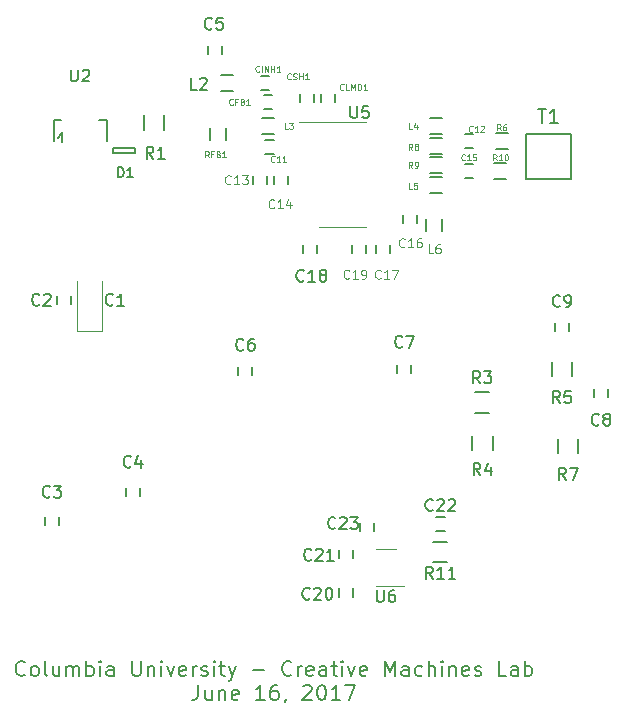
<source format=gbr>
G04 #@! TF.FileFunction,Legend,Top*
%FSLAX46Y46*%
G04 Gerber Fmt 4.6, Leading zero omitted, Abs format (unit mm)*
G04 Created by KiCad (PCBNEW 4.0.6) date Friday, June 16, 2017 'PMt' 04:10:38 PM*
%MOMM*%
%LPD*%
G01*
G04 APERTURE LIST*
%ADD10C,0.100000*%
%ADD11C,0.127000*%
%ADD12C,0.150000*%
%ADD13C,0.120000*%
%ADD14C,0.076200*%
%ADD15C,0.101600*%
G04 APERTURE END LIST*
D10*
D11*
X125736048Y-109546571D02*
X125675572Y-109607048D01*
X125494143Y-109667524D01*
X125373191Y-109667524D01*
X125191763Y-109607048D01*
X125070810Y-109486095D01*
X125010334Y-109365143D01*
X124949858Y-109123238D01*
X124949858Y-108941810D01*
X125010334Y-108699905D01*
X125070810Y-108578952D01*
X125191763Y-108458000D01*
X125373191Y-108397524D01*
X125494143Y-108397524D01*
X125675572Y-108458000D01*
X125736048Y-108518476D01*
X126461763Y-109667524D02*
X126340810Y-109607048D01*
X126280334Y-109546571D01*
X126219858Y-109425619D01*
X126219858Y-109062762D01*
X126280334Y-108941810D01*
X126340810Y-108881333D01*
X126461763Y-108820857D01*
X126643191Y-108820857D01*
X126764143Y-108881333D01*
X126824620Y-108941810D01*
X126885096Y-109062762D01*
X126885096Y-109425619D01*
X126824620Y-109546571D01*
X126764143Y-109607048D01*
X126643191Y-109667524D01*
X126461763Y-109667524D01*
X127610811Y-109667524D02*
X127489858Y-109607048D01*
X127429382Y-109486095D01*
X127429382Y-108397524D01*
X128638906Y-108820857D02*
X128638906Y-109667524D01*
X128094620Y-108820857D02*
X128094620Y-109486095D01*
X128155096Y-109607048D01*
X128276049Y-109667524D01*
X128457477Y-109667524D01*
X128578429Y-109607048D01*
X128638906Y-109546571D01*
X129243668Y-109667524D02*
X129243668Y-108820857D01*
X129243668Y-108941810D02*
X129304144Y-108881333D01*
X129425097Y-108820857D01*
X129606525Y-108820857D01*
X129727477Y-108881333D01*
X129787954Y-109002286D01*
X129787954Y-109667524D01*
X129787954Y-109002286D02*
X129848430Y-108881333D01*
X129969382Y-108820857D01*
X130150811Y-108820857D01*
X130271763Y-108881333D01*
X130332239Y-109002286D01*
X130332239Y-109667524D01*
X130937001Y-109667524D02*
X130937001Y-108397524D01*
X130937001Y-108881333D02*
X131057953Y-108820857D01*
X131299858Y-108820857D01*
X131420810Y-108881333D01*
X131481287Y-108941810D01*
X131541763Y-109062762D01*
X131541763Y-109425619D01*
X131481287Y-109546571D01*
X131420810Y-109607048D01*
X131299858Y-109667524D01*
X131057953Y-109667524D01*
X130937001Y-109607048D01*
X132086049Y-109667524D02*
X132086049Y-108820857D01*
X132086049Y-108397524D02*
X132025573Y-108458000D01*
X132086049Y-108518476D01*
X132146525Y-108458000D01*
X132086049Y-108397524D01*
X132086049Y-108518476D01*
X133235097Y-109667524D02*
X133235097Y-109002286D01*
X133174620Y-108881333D01*
X133053668Y-108820857D01*
X132811763Y-108820857D01*
X132690811Y-108881333D01*
X133235097Y-109607048D02*
X133114144Y-109667524D01*
X132811763Y-109667524D01*
X132690811Y-109607048D01*
X132630335Y-109486095D01*
X132630335Y-109365143D01*
X132690811Y-109244190D01*
X132811763Y-109183714D01*
X133114144Y-109183714D01*
X133235097Y-109123238D01*
X134807478Y-108397524D02*
X134807478Y-109425619D01*
X134867954Y-109546571D01*
X134928430Y-109607048D01*
X135049383Y-109667524D01*
X135291287Y-109667524D01*
X135412240Y-109607048D01*
X135472716Y-109546571D01*
X135533192Y-109425619D01*
X135533192Y-108397524D01*
X136137954Y-108820857D02*
X136137954Y-109667524D01*
X136137954Y-108941810D02*
X136198430Y-108881333D01*
X136319383Y-108820857D01*
X136500811Y-108820857D01*
X136621763Y-108881333D01*
X136682240Y-109002286D01*
X136682240Y-109667524D01*
X137287002Y-109667524D02*
X137287002Y-108820857D01*
X137287002Y-108397524D02*
X137226526Y-108458000D01*
X137287002Y-108518476D01*
X137347478Y-108458000D01*
X137287002Y-108397524D01*
X137287002Y-108518476D01*
X137770812Y-108820857D02*
X138073193Y-109667524D01*
X138375573Y-108820857D01*
X139343192Y-109607048D02*
X139222240Y-109667524D01*
X138980335Y-109667524D01*
X138859383Y-109607048D01*
X138798907Y-109486095D01*
X138798907Y-109002286D01*
X138859383Y-108881333D01*
X138980335Y-108820857D01*
X139222240Y-108820857D01*
X139343192Y-108881333D01*
X139403669Y-109002286D01*
X139403669Y-109123238D01*
X138798907Y-109244190D01*
X139947954Y-109667524D02*
X139947954Y-108820857D01*
X139947954Y-109062762D02*
X140008430Y-108941810D01*
X140068906Y-108881333D01*
X140189859Y-108820857D01*
X140310811Y-108820857D01*
X140673668Y-109607048D02*
X140794620Y-109667524D01*
X141036525Y-109667524D01*
X141157477Y-109607048D01*
X141217953Y-109486095D01*
X141217953Y-109425619D01*
X141157477Y-109304667D01*
X141036525Y-109244190D01*
X140855096Y-109244190D01*
X140734144Y-109183714D01*
X140673668Y-109062762D01*
X140673668Y-109002286D01*
X140734144Y-108881333D01*
X140855096Y-108820857D01*
X141036525Y-108820857D01*
X141157477Y-108881333D01*
X141762239Y-109667524D02*
X141762239Y-108820857D01*
X141762239Y-108397524D02*
X141701763Y-108458000D01*
X141762239Y-108518476D01*
X141822715Y-108458000D01*
X141762239Y-108397524D01*
X141762239Y-108518476D01*
X142185572Y-108820857D02*
X142669382Y-108820857D01*
X142367001Y-108397524D02*
X142367001Y-109486095D01*
X142427477Y-109607048D01*
X142548430Y-109667524D01*
X142669382Y-109667524D01*
X142971763Y-108820857D02*
X143274144Y-109667524D01*
X143576524Y-108820857D02*
X143274144Y-109667524D01*
X143153191Y-109969905D01*
X143092715Y-110030381D01*
X142971763Y-110090857D01*
X145027953Y-109183714D02*
X145995572Y-109183714D01*
X148293667Y-109546571D02*
X148233191Y-109607048D01*
X148051762Y-109667524D01*
X147930810Y-109667524D01*
X147749382Y-109607048D01*
X147628429Y-109486095D01*
X147567953Y-109365143D01*
X147507477Y-109123238D01*
X147507477Y-108941810D01*
X147567953Y-108699905D01*
X147628429Y-108578952D01*
X147749382Y-108458000D01*
X147930810Y-108397524D01*
X148051762Y-108397524D01*
X148233191Y-108458000D01*
X148293667Y-108518476D01*
X148837953Y-109667524D02*
X148837953Y-108820857D01*
X148837953Y-109062762D02*
X148898429Y-108941810D01*
X148958905Y-108881333D01*
X149079858Y-108820857D01*
X149200810Y-108820857D01*
X150107952Y-109607048D02*
X149987000Y-109667524D01*
X149745095Y-109667524D01*
X149624143Y-109607048D01*
X149563667Y-109486095D01*
X149563667Y-109002286D01*
X149624143Y-108881333D01*
X149745095Y-108820857D01*
X149987000Y-108820857D01*
X150107952Y-108881333D01*
X150168429Y-109002286D01*
X150168429Y-109123238D01*
X149563667Y-109244190D01*
X151257000Y-109667524D02*
X151257000Y-109002286D01*
X151196523Y-108881333D01*
X151075571Y-108820857D01*
X150833666Y-108820857D01*
X150712714Y-108881333D01*
X151257000Y-109607048D02*
X151136047Y-109667524D01*
X150833666Y-109667524D01*
X150712714Y-109607048D01*
X150652238Y-109486095D01*
X150652238Y-109365143D01*
X150712714Y-109244190D01*
X150833666Y-109183714D01*
X151136047Y-109183714D01*
X151257000Y-109123238D01*
X151680333Y-108820857D02*
X152164143Y-108820857D01*
X151861762Y-108397524D02*
X151861762Y-109486095D01*
X151922238Y-109607048D01*
X152043191Y-109667524D01*
X152164143Y-109667524D01*
X152587476Y-109667524D02*
X152587476Y-108820857D01*
X152587476Y-108397524D02*
X152527000Y-108458000D01*
X152587476Y-108518476D01*
X152647952Y-108458000D01*
X152587476Y-108397524D01*
X152587476Y-108518476D01*
X153071286Y-108820857D02*
X153373667Y-109667524D01*
X153676047Y-108820857D01*
X154643666Y-109607048D02*
X154522714Y-109667524D01*
X154280809Y-109667524D01*
X154159857Y-109607048D01*
X154099381Y-109486095D01*
X154099381Y-109002286D01*
X154159857Y-108881333D01*
X154280809Y-108820857D01*
X154522714Y-108820857D01*
X154643666Y-108881333D01*
X154704143Y-109002286D01*
X154704143Y-109123238D01*
X154099381Y-109244190D01*
X156216047Y-109667524D02*
X156216047Y-108397524D01*
X156639380Y-109304667D01*
X157062714Y-108397524D01*
X157062714Y-109667524D01*
X158211762Y-109667524D02*
X158211762Y-109002286D01*
X158151285Y-108881333D01*
X158030333Y-108820857D01*
X157788428Y-108820857D01*
X157667476Y-108881333D01*
X158211762Y-109607048D02*
X158090809Y-109667524D01*
X157788428Y-109667524D01*
X157667476Y-109607048D01*
X157607000Y-109486095D01*
X157607000Y-109365143D01*
X157667476Y-109244190D01*
X157788428Y-109183714D01*
X158090809Y-109183714D01*
X158211762Y-109123238D01*
X159360810Y-109607048D02*
X159239857Y-109667524D01*
X158997953Y-109667524D01*
X158877000Y-109607048D01*
X158816524Y-109546571D01*
X158756048Y-109425619D01*
X158756048Y-109062762D01*
X158816524Y-108941810D01*
X158877000Y-108881333D01*
X158997953Y-108820857D01*
X159239857Y-108820857D01*
X159360810Y-108881333D01*
X159905095Y-109667524D02*
X159905095Y-108397524D01*
X160449381Y-109667524D02*
X160449381Y-109002286D01*
X160388904Y-108881333D01*
X160267952Y-108820857D01*
X160086524Y-108820857D01*
X159965571Y-108881333D01*
X159905095Y-108941810D01*
X161054143Y-109667524D02*
X161054143Y-108820857D01*
X161054143Y-108397524D02*
X160993667Y-108458000D01*
X161054143Y-108518476D01*
X161114619Y-108458000D01*
X161054143Y-108397524D01*
X161054143Y-108518476D01*
X161658905Y-108820857D02*
X161658905Y-109667524D01*
X161658905Y-108941810D02*
X161719381Y-108881333D01*
X161840334Y-108820857D01*
X162021762Y-108820857D01*
X162142714Y-108881333D01*
X162203191Y-109002286D01*
X162203191Y-109667524D01*
X163291762Y-109607048D02*
X163170810Y-109667524D01*
X162928905Y-109667524D01*
X162807953Y-109607048D01*
X162747477Y-109486095D01*
X162747477Y-109002286D01*
X162807953Y-108881333D01*
X162928905Y-108820857D01*
X163170810Y-108820857D01*
X163291762Y-108881333D01*
X163352239Y-109002286D01*
X163352239Y-109123238D01*
X162747477Y-109244190D01*
X163836048Y-109607048D02*
X163957000Y-109667524D01*
X164198905Y-109667524D01*
X164319857Y-109607048D01*
X164380333Y-109486095D01*
X164380333Y-109425619D01*
X164319857Y-109304667D01*
X164198905Y-109244190D01*
X164017476Y-109244190D01*
X163896524Y-109183714D01*
X163836048Y-109062762D01*
X163836048Y-109002286D01*
X163896524Y-108881333D01*
X164017476Y-108820857D01*
X164198905Y-108820857D01*
X164319857Y-108881333D01*
X166497000Y-109667524D02*
X165892238Y-109667524D01*
X165892238Y-108397524D01*
X167464619Y-109667524D02*
X167464619Y-109002286D01*
X167404142Y-108881333D01*
X167283190Y-108820857D01*
X167041285Y-108820857D01*
X166920333Y-108881333D01*
X167464619Y-109607048D02*
X167343666Y-109667524D01*
X167041285Y-109667524D01*
X166920333Y-109607048D01*
X166859857Y-109486095D01*
X166859857Y-109365143D01*
X166920333Y-109244190D01*
X167041285Y-109183714D01*
X167343666Y-109183714D01*
X167464619Y-109123238D01*
X168069381Y-109667524D02*
X168069381Y-108397524D01*
X168069381Y-108881333D02*
X168190333Y-108820857D01*
X168432238Y-108820857D01*
X168553190Y-108881333D01*
X168613667Y-108941810D01*
X168674143Y-109062762D01*
X168674143Y-109425619D01*
X168613667Y-109546571D01*
X168553190Y-109607048D01*
X168432238Y-109667524D01*
X168190333Y-109667524D01*
X168069381Y-109607048D01*
X140401523Y-110429524D02*
X140401523Y-111336667D01*
X140341047Y-111518095D01*
X140220095Y-111639048D01*
X140038666Y-111699524D01*
X139917714Y-111699524D01*
X141550571Y-110852857D02*
X141550571Y-111699524D01*
X141006285Y-110852857D02*
X141006285Y-111518095D01*
X141066761Y-111639048D01*
X141187714Y-111699524D01*
X141369142Y-111699524D01*
X141490094Y-111639048D01*
X141550571Y-111578571D01*
X142155333Y-110852857D02*
X142155333Y-111699524D01*
X142155333Y-110973810D02*
X142215809Y-110913333D01*
X142336762Y-110852857D01*
X142518190Y-110852857D01*
X142639142Y-110913333D01*
X142699619Y-111034286D01*
X142699619Y-111699524D01*
X143788190Y-111639048D02*
X143667238Y-111699524D01*
X143425333Y-111699524D01*
X143304381Y-111639048D01*
X143243905Y-111518095D01*
X143243905Y-111034286D01*
X143304381Y-110913333D01*
X143425333Y-110852857D01*
X143667238Y-110852857D01*
X143788190Y-110913333D01*
X143848667Y-111034286D01*
X143848667Y-111155238D01*
X143243905Y-111276190D01*
X146025809Y-111699524D02*
X145300095Y-111699524D01*
X145662952Y-111699524D02*
X145662952Y-110429524D01*
X145542000Y-110610952D01*
X145421047Y-110731905D01*
X145300095Y-110792381D01*
X147114381Y-110429524D02*
X146872476Y-110429524D01*
X146751524Y-110490000D01*
X146691047Y-110550476D01*
X146570095Y-110731905D01*
X146509619Y-110973810D01*
X146509619Y-111457619D01*
X146570095Y-111578571D01*
X146630571Y-111639048D01*
X146751524Y-111699524D01*
X146993428Y-111699524D01*
X147114381Y-111639048D01*
X147174857Y-111578571D01*
X147235333Y-111457619D01*
X147235333Y-111155238D01*
X147174857Y-111034286D01*
X147114381Y-110973810D01*
X146993428Y-110913333D01*
X146751524Y-110913333D01*
X146630571Y-110973810D01*
X146570095Y-111034286D01*
X146509619Y-111155238D01*
X147840095Y-111639048D02*
X147840095Y-111699524D01*
X147779619Y-111820476D01*
X147719143Y-111880952D01*
X149291524Y-110550476D02*
X149352000Y-110490000D01*
X149472952Y-110429524D01*
X149775333Y-110429524D01*
X149896286Y-110490000D01*
X149956762Y-110550476D01*
X150017238Y-110671429D01*
X150017238Y-110792381D01*
X149956762Y-110973810D01*
X149231048Y-111699524D01*
X150017238Y-111699524D01*
X150803429Y-110429524D02*
X150924381Y-110429524D01*
X151045333Y-110490000D01*
X151105810Y-110550476D01*
X151166286Y-110671429D01*
X151226762Y-110913333D01*
X151226762Y-111215714D01*
X151166286Y-111457619D01*
X151105810Y-111578571D01*
X151045333Y-111639048D01*
X150924381Y-111699524D01*
X150803429Y-111699524D01*
X150682476Y-111639048D01*
X150622000Y-111578571D01*
X150561524Y-111457619D01*
X150501048Y-111215714D01*
X150501048Y-110913333D01*
X150561524Y-110671429D01*
X150622000Y-110550476D01*
X150682476Y-110490000D01*
X150803429Y-110429524D01*
X152436286Y-111699524D02*
X151710572Y-111699524D01*
X152073429Y-111699524D02*
X152073429Y-110429524D01*
X151952477Y-110610952D01*
X151831524Y-110731905D01*
X151710572Y-110792381D01*
X152859620Y-110429524D02*
X153706286Y-110429524D01*
X153162001Y-111699524D01*
D12*
X135782000Y-63404000D02*
X135782000Y-62204000D01*
X137532000Y-62204000D02*
X137532000Y-63404000D01*
X141259000Y-56992000D02*
X141259000Y-56292000D01*
X142459000Y-56292000D02*
X142459000Y-56992000D01*
X128529080Y-64081660D02*
X128778000Y-63781940D01*
X128778000Y-63781940D02*
X128879600Y-63632080D01*
X128879600Y-63632080D02*
X128879600Y-64480440D01*
X128178560Y-62580520D02*
X128178560Y-64381380D01*
X128178560Y-62580520D02*
X128828800Y-62580520D01*
X132679440Y-62580520D02*
X132679440Y-64381380D01*
X132679440Y-62580520D02*
X132029200Y-62580520D01*
X135012000Y-64951000D02*
X133212000Y-64951000D01*
X133212000Y-64951000D02*
X133212000Y-65351000D01*
X133212000Y-65351000D02*
X135012000Y-65351000D01*
X135012000Y-65351000D02*
X135012000Y-64951000D01*
X128432000Y-78201000D02*
X128432000Y-77501000D01*
X129632000Y-77501000D02*
X129632000Y-78201000D01*
X127416000Y-96870000D02*
X127416000Y-96170000D01*
X128616000Y-96170000D02*
X128616000Y-96870000D01*
X135474000Y-93757000D02*
X135474000Y-94457000D01*
X134274000Y-94457000D02*
X134274000Y-93757000D01*
X143799000Y-84182000D02*
X143799000Y-83482000D01*
X144999000Y-83482000D02*
X144999000Y-84182000D01*
X157261000Y-84031000D02*
X157261000Y-83331000D01*
X158461000Y-83331000D02*
X158461000Y-84031000D01*
X173898000Y-86075000D02*
X173898000Y-85375000D01*
X175098000Y-85375000D02*
X175098000Y-86075000D01*
X170596000Y-80487000D02*
X170596000Y-79787000D01*
X171796000Y-79787000D02*
X171796000Y-80487000D01*
X146781000Y-65497000D02*
X146081000Y-65497000D01*
X146081000Y-64297000D02*
X146781000Y-64297000D01*
X162984000Y-63789000D02*
X163684000Y-63789000D01*
X163684000Y-64989000D02*
X162984000Y-64989000D01*
X146269000Y-67341000D02*
X146269000Y-68041000D01*
X145069000Y-68041000D02*
X145069000Y-67341000D01*
X148047000Y-67341000D02*
X148047000Y-68041000D01*
X146847000Y-68041000D02*
X146847000Y-67341000D01*
X162984000Y-66329000D02*
X163684000Y-66329000D01*
X163684000Y-67529000D02*
X162984000Y-67529000D01*
X158969000Y-70643000D02*
X158969000Y-71343000D01*
X157769000Y-71343000D02*
X157769000Y-70643000D01*
X156683000Y-73195000D02*
X156683000Y-73895000D01*
X155483000Y-73895000D02*
X155483000Y-73195000D01*
X150460000Y-73171000D02*
X150460000Y-73871000D01*
X149260000Y-73871000D02*
X149260000Y-73171000D01*
X154651000Y-73183000D02*
X154651000Y-73883000D01*
X153451000Y-73883000D02*
X153451000Y-73183000D01*
X152308000Y-102954000D02*
X152308000Y-102254000D01*
X153508000Y-102254000D02*
X153508000Y-102954000D01*
X152308000Y-99664000D02*
X152308000Y-98964000D01*
X153508000Y-98964000D02*
X153508000Y-99664000D01*
X161259000Y-97374000D02*
X160559000Y-97374000D01*
X160559000Y-96174000D02*
X161259000Y-96174000D01*
X154086000Y-97390000D02*
X154086000Y-96690000D01*
X155286000Y-96690000D02*
X155286000Y-97390000D01*
X146654000Y-61687000D02*
X145954000Y-61687000D01*
X145954000Y-60487000D02*
X146654000Y-60487000D01*
X145700000Y-58836000D02*
X146400000Y-58836000D01*
X146400000Y-60036000D02*
X145700000Y-60036000D01*
X151984000Y-60356000D02*
X151984000Y-61056000D01*
X150784000Y-61056000D02*
X150784000Y-60356000D01*
X149006000Y-61056000D02*
X149006000Y-60356000D01*
X150206000Y-60356000D02*
X150206000Y-61056000D01*
X143375000Y-60111000D02*
X142375000Y-60111000D01*
X142375000Y-58761000D02*
X143375000Y-58761000D01*
X146804000Y-63794000D02*
X145804000Y-63794000D01*
X145804000Y-62444000D02*
X146804000Y-62444000D01*
X161028000Y-63794000D02*
X160028000Y-63794000D01*
X160028000Y-62444000D02*
X161028000Y-62444000D01*
X161028000Y-68747000D02*
X160028000Y-68747000D01*
X160028000Y-67397000D02*
X161028000Y-67397000D01*
X159726000Y-72001000D02*
X159726000Y-71001000D01*
X161076000Y-71001000D02*
X161076000Y-72001000D01*
X165050038Y-87406340D02*
X163850038Y-87406340D01*
X163850038Y-85656340D02*
X165050038Y-85656340D01*
X163590000Y-90516000D02*
X163590000Y-89316000D01*
X165340000Y-89316000D02*
X165340000Y-90516000D01*
X172071000Y-83071340D02*
X172071000Y-84271340D01*
X170321000Y-84271340D02*
X170321000Y-83071340D01*
X166604000Y-65064000D02*
X165604000Y-65064000D01*
X165604000Y-63714000D02*
X166604000Y-63714000D01*
X172579000Y-89631000D02*
X172579000Y-90831000D01*
X170829000Y-90831000D02*
X170829000Y-89631000D01*
X160028000Y-64095000D02*
X161028000Y-64095000D01*
X161028000Y-65445000D02*
X160028000Y-65445000D01*
X160040000Y-65746000D02*
X161040000Y-65746000D01*
X161040000Y-67096000D02*
X160040000Y-67096000D01*
X166489000Y-67604000D02*
X165489000Y-67604000D01*
X165489000Y-66254000D02*
X166489000Y-66254000D01*
X161509000Y-100062000D02*
X160309000Y-100062000D01*
X160309000Y-98312000D02*
X161509000Y-98312000D01*
X141438000Y-64254000D02*
X141438000Y-63254000D01*
X142788000Y-63254000D02*
X142788000Y-64254000D01*
D13*
X157177000Y-98945124D02*
X155417000Y-98945124D01*
X155417000Y-102015124D02*
X157847000Y-102015124D01*
X150654000Y-71683000D02*
X154654000Y-71683000D01*
X148964000Y-62733000D02*
X154654000Y-62733000D01*
D12*
X171958000Y-63754000D02*
X168148000Y-63754000D01*
X168148000Y-67564000D02*
X168148000Y-63754000D01*
X171958000Y-67564000D02*
X168148000Y-67564000D01*
X171958000Y-63754000D02*
X171958000Y-67564000D01*
D13*
X130141000Y-80501000D02*
X130141000Y-76251000D01*
X132241000Y-80501000D02*
X132241000Y-76251000D01*
X130141000Y-80501000D02*
X132241000Y-80501000D01*
D12*
X136612334Y-65857381D02*
X136279000Y-65381190D01*
X136040905Y-65857381D02*
X136040905Y-64857381D01*
X136421858Y-64857381D01*
X136517096Y-64905000D01*
X136564715Y-64952619D01*
X136612334Y-65047857D01*
X136612334Y-65190714D01*
X136564715Y-65285952D01*
X136517096Y-65333571D01*
X136421858Y-65381190D01*
X136040905Y-65381190D01*
X137564715Y-65857381D02*
X136993286Y-65857381D01*
X137279000Y-65857381D02*
X137279000Y-64857381D01*
X137183762Y-65000238D01*
X137088524Y-65095476D01*
X136993286Y-65143095D01*
X141565334Y-54840143D02*
X141517715Y-54887762D01*
X141374858Y-54935381D01*
X141279620Y-54935381D01*
X141136762Y-54887762D01*
X141041524Y-54792524D01*
X140993905Y-54697286D01*
X140946286Y-54506810D01*
X140946286Y-54363952D01*
X140993905Y-54173476D01*
X141041524Y-54078238D01*
X141136762Y-53983000D01*
X141279620Y-53935381D01*
X141374858Y-53935381D01*
X141517715Y-53983000D01*
X141565334Y-54030619D01*
X142470096Y-53935381D02*
X141993905Y-53935381D01*
X141946286Y-54411571D01*
X141993905Y-54363952D01*
X142089143Y-54316333D01*
X142327239Y-54316333D01*
X142422477Y-54363952D01*
X142470096Y-54411571D01*
X142517715Y-54506810D01*
X142517715Y-54744905D01*
X142470096Y-54840143D01*
X142422477Y-54887762D01*
X142327239Y-54935381D01*
X142089143Y-54935381D01*
X141993905Y-54887762D01*
X141946286Y-54840143D01*
X129616295Y-58332121D02*
X129616295Y-59141645D01*
X129663914Y-59236883D01*
X129711533Y-59284502D01*
X129806771Y-59332121D01*
X129997248Y-59332121D01*
X130092486Y-59284502D01*
X130140105Y-59236883D01*
X130187724Y-59141645D01*
X130187724Y-58332121D01*
X130616295Y-58427359D02*
X130663914Y-58379740D01*
X130759152Y-58332121D01*
X130997248Y-58332121D01*
X131092486Y-58379740D01*
X131140105Y-58427359D01*
X131187724Y-58522597D01*
X131187724Y-58617835D01*
X131140105Y-58760692D01*
X130568676Y-59332121D01*
X131187724Y-59332121D01*
X133648524Y-67417905D02*
X133648524Y-66617905D01*
X133839000Y-66617905D01*
X133953286Y-66656000D01*
X134029477Y-66732190D01*
X134067572Y-66808381D01*
X134105667Y-66960762D01*
X134105667Y-67075048D01*
X134067572Y-67227429D01*
X134029477Y-67303619D01*
X133953286Y-67379810D01*
X133839000Y-67417905D01*
X133648524Y-67417905D01*
X134867572Y-67417905D02*
X134410429Y-67417905D01*
X134639000Y-67417905D02*
X134639000Y-66617905D01*
X134562810Y-66732190D01*
X134486619Y-66808381D01*
X134410429Y-66846476D01*
X126965334Y-78208143D02*
X126917715Y-78255762D01*
X126774858Y-78303381D01*
X126679620Y-78303381D01*
X126536762Y-78255762D01*
X126441524Y-78160524D01*
X126393905Y-78065286D01*
X126346286Y-77874810D01*
X126346286Y-77731952D01*
X126393905Y-77541476D01*
X126441524Y-77446238D01*
X126536762Y-77351000D01*
X126679620Y-77303381D01*
X126774858Y-77303381D01*
X126917715Y-77351000D01*
X126965334Y-77398619D01*
X127346286Y-77398619D02*
X127393905Y-77351000D01*
X127489143Y-77303381D01*
X127727239Y-77303381D01*
X127822477Y-77351000D01*
X127870096Y-77398619D01*
X127917715Y-77493857D01*
X127917715Y-77589095D01*
X127870096Y-77731952D01*
X127298667Y-78303381D01*
X127917715Y-78303381D01*
X127849334Y-94464143D02*
X127801715Y-94511762D01*
X127658858Y-94559381D01*
X127563620Y-94559381D01*
X127420762Y-94511762D01*
X127325524Y-94416524D01*
X127277905Y-94321286D01*
X127230286Y-94130810D01*
X127230286Y-93987952D01*
X127277905Y-93797476D01*
X127325524Y-93702238D01*
X127420762Y-93607000D01*
X127563620Y-93559381D01*
X127658858Y-93559381D01*
X127801715Y-93607000D01*
X127849334Y-93654619D01*
X128182667Y-93559381D02*
X128801715Y-93559381D01*
X128468381Y-93940333D01*
X128611239Y-93940333D01*
X128706477Y-93987952D01*
X128754096Y-94035571D01*
X128801715Y-94130810D01*
X128801715Y-94368905D01*
X128754096Y-94464143D01*
X128706477Y-94511762D01*
X128611239Y-94559381D01*
X128325524Y-94559381D01*
X128230286Y-94511762D01*
X128182667Y-94464143D01*
X134707334Y-91924143D02*
X134659715Y-91971762D01*
X134516858Y-92019381D01*
X134421620Y-92019381D01*
X134278762Y-91971762D01*
X134183524Y-91876524D01*
X134135905Y-91781286D01*
X134088286Y-91590810D01*
X134088286Y-91447952D01*
X134135905Y-91257476D01*
X134183524Y-91162238D01*
X134278762Y-91067000D01*
X134421620Y-91019381D01*
X134516858Y-91019381D01*
X134659715Y-91067000D01*
X134707334Y-91114619D01*
X135564477Y-91352714D02*
X135564477Y-92019381D01*
X135326381Y-90971762D02*
X135088286Y-91686048D01*
X135707334Y-91686048D01*
X144232334Y-82018143D02*
X144184715Y-82065762D01*
X144041858Y-82113381D01*
X143946620Y-82113381D01*
X143803762Y-82065762D01*
X143708524Y-81970524D01*
X143660905Y-81875286D01*
X143613286Y-81684810D01*
X143613286Y-81541952D01*
X143660905Y-81351476D01*
X143708524Y-81256238D01*
X143803762Y-81161000D01*
X143946620Y-81113381D01*
X144041858Y-81113381D01*
X144184715Y-81161000D01*
X144232334Y-81208619D01*
X145089477Y-81113381D02*
X144899000Y-81113381D01*
X144803762Y-81161000D01*
X144756143Y-81208619D01*
X144660905Y-81351476D01*
X144613286Y-81541952D01*
X144613286Y-81922905D01*
X144660905Y-82018143D01*
X144708524Y-82065762D01*
X144803762Y-82113381D01*
X144994239Y-82113381D01*
X145089477Y-82065762D01*
X145137096Y-82018143D01*
X145184715Y-81922905D01*
X145184715Y-81684810D01*
X145137096Y-81589571D01*
X145089477Y-81541952D01*
X144994239Y-81494333D01*
X144803762Y-81494333D01*
X144708524Y-81541952D01*
X144660905Y-81589571D01*
X144613286Y-81684810D01*
X157694334Y-81764143D02*
X157646715Y-81811762D01*
X157503858Y-81859381D01*
X157408620Y-81859381D01*
X157265762Y-81811762D01*
X157170524Y-81716524D01*
X157122905Y-81621286D01*
X157075286Y-81430810D01*
X157075286Y-81287952D01*
X157122905Y-81097476D01*
X157170524Y-81002238D01*
X157265762Y-80907000D01*
X157408620Y-80859381D01*
X157503858Y-80859381D01*
X157646715Y-80907000D01*
X157694334Y-80954619D01*
X158027667Y-80859381D02*
X158694334Y-80859381D01*
X158265762Y-81859381D01*
X174331334Y-88368143D02*
X174283715Y-88415762D01*
X174140858Y-88463381D01*
X174045620Y-88463381D01*
X173902762Y-88415762D01*
X173807524Y-88320524D01*
X173759905Y-88225286D01*
X173712286Y-88034810D01*
X173712286Y-87891952D01*
X173759905Y-87701476D01*
X173807524Y-87606238D01*
X173902762Y-87511000D01*
X174045620Y-87463381D01*
X174140858Y-87463381D01*
X174283715Y-87511000D01*
X174331334Y-87558619D01*
X174902762Y-87891952D02*
X174807524Y-87844333D01*
X174759905Y-87796714D01*
X174712286Y-87701476D01*
X174712286Y-87653857D01*
X174759905Y-87558619D01*
X174807524Y-87511000D01*
X174902762Y-87463381D01*
X175093239Y-87463381D01*
X175188477Y-87511000D01*
X175236096Y-87558619D01*
X175283715Y-87653857D01*
X175283715Y-87701476D01*
X175236096Y-87796714D01*
X175188477Y-87844333D01*
X175093239Y-87891952D01*
X174902762Y-87891952D01*
X174807524Y-87939571D01*
X174759905Y-87987190D01*
X174712286Y-88082429D01*
X174712286Y-88272905D01*
X174759905Y-88368143D01*
X174807524Y-88415762D01*
X174902762Y-88463381D01*
X175093239Y-88463381D01*
X175188477Y-88415762D01*
X175236096Y-88368143D01*
X175283715Y-88272905D01*
X175283715Y-88082429D01*
X175236096Y-87987190D01*
X175188477Y-87939571D01*
X175093239Y-87891952D01*
X171029334Y-78335143D02*
X170981715Y-78382762D01*
X170838858Y-78430381D01*
X170743620Y-78430381D01*
X170600762Y-78382762D01*
X170505524Y-78287524D01*
X170457905Y-78192286D01*
X170410286Y-78001810D01*
X170410286Y-77858952D01*
X170457905Y-77668476D01*
X170505524Y-77573238D01*
X170600762Y-77478000D01*
X170743620Y-77430381D01*
X170838858Y-77430381D01*
X170981715Y-77478000D01*
X171029334Y-77525619D01*
X171505524Y-78430381D02*
X171696000Y-78430381D01*
X171791239Y-78382762D01*
X171838858Y-78335143D01*
X171934096Y-78192286D01*
X171981715Y-78001810D01*
X171981715Y-77620857D01*
X171934096Y-77525619D01*
X171886477Y-77478000D01*
X171791239Y-77430381D01*
X171600762Y-77430381D01*
X171505524Y-77478000D01*
X171457905Y-77525619D01*
X171410286Y-77620857D01*
X171410286Y-77858952D01*
X171457905Y-77954190D01*
X171505524Y-78001810D01*
X171600762Y-78049429D01*
X171791239Y-78049429D01*
X171886477Y-78001810D01*
X171934096Y-77954190D01*
X171981715Y-77858952D01*
D14*
X146866428Y-66094429D02*
X146842238Y-66118619D01*
X146769666Y-66142810D01*
X146721285Y-66142810D01*
X146648714Y-66118619D01*
X146600333Y-66070238D01*
X146576142Y-66021857D01*
X146551952Y-65925095D01*
X146551952Y-65852524D01*
X146576142Y-65755762D01*
X146600333Y-65707381D01*
X146648714Y-65659000D01*
X146721285Y-65634810D01*
X146769666Y-65634810D01*
X146842238Y-65659000D01*
X146866428Y-65683190D01*
X147350238Y-66142810D02*
X147059952Y-66142810D01*
X147205095Y-66142810D02*
X147205095Y-65634810D01*
X147156714Y-65707381D01*
X147108333Y-65755762D01*
X147059952Y-65779952D01*
X147834048Y-66142810D02*
X147543762Y-66142810D01*
X147688905Y-66142810D02*
X147688905Y-65634810D01*
X147640524Y-65707381D01*
X147592143Y-65755762D01*
X147543762Y-65779952D01*
X163630428Y-63554429D02*
X163606238Y-63578619D01*
X163533666Y-63602810D01*
X163485285Y-63602810D01*
X163412714Y-63578619D01*
X163364333Y-63530238D01*
X163340142Y-63481857D01*
X163315952Y-63385095D01*
X163315952Y-63312524D01*
X163340142Y-63215762D01*
X163364333Y-63167381D01*
X163412714Y-63119000D01*
X163485285Y-63094810D01*
X163533666Y-63094810D01*
X163606238Y-63119000D01*
X163630428Y-63143190D01*
X164114238Y-63602810D02*
X163823952Y-63602810D01*
X163969095Y-63602810D02*
X163969095Y-63094810D01*
X163920714Y-63167381D01*
X163872333Y-63215762D01*
X163823952Y-63239952D01*
X164307762Y-63143190D02*
X164331952Y-63119000D01*
X164380333Y-63094810D01*
X164501286Y-63094810D01*
X164549667Y-63119000D01*
X164573857Y-63143190D01*
X164598048Y-63191571D01*
X164598048Y-63239952D01*
X164573857Y-63312524D01*
X164283571Y-63602810D01*
X164598048Y-63602810D01*
D15*
X143147143Y-67963143D02*
X143110857Y-67999429D01*
X143002000Y-68035714D01*
X142929429Y-68035714D01*
X142820572Y-67999429D01*
X142748000Y-67926857D01*
X142711715Y-67854286D01*
X142675429Y-67709143D01*
X142675429Y-67600286D01*
X142711715Y-67455143D01*
X142748000Y-67382571D01*
X142820572Y-67310000D01*
X142929429Y-67273714D01*
X143002000Y-67273714D01*
X143110857Y-67310000D01*
X143147143Y-67346286D01*
X143872857Y-68035714D02*
X143437429Y-68035714D01*
X143655143Y-68035714D02*
X143655143Y-67273714D01*
X143582572Y-67382571D01*
X143510000Y-67455143D01*
X143437429Y-67491429D01*
X144126857Y-67273714D02*
X144598571Y-67273714D01*
X144344571Y-67564000D01*
X144453429Y-67564000D01*
X144526000Y-67600286D01*
X144562286Y-67636571D01*
X144598571Y-67709143D01*
X144598571Y-67890571D01*
X144562286Y-67963143D01*
X144526000Y-67999429D01*
X144453429Y-68035714D01*
X144235714Y-68035714D01*
X144163143Y-67999429D01*
X144126857Y-67963143D01*
X146830143Y-69995143D02*
X146793857Y-70031429D01*
X146685000Y-70067714D01*
X146612429Y-70067714D01*
X146503572Y-70031429D01*
X146431000Y-69958857D01*
X146394715Y-69886286D01*
X146358429Y-69741143D01*
X146358429Y-69632286D01*
X146394715Y-69487143D01*
X146431000Y-69414571D01*
X146503572Y-69342000D01*
X146612429Y-69305714D01*
X146685000Y-69305714D01*
X146793857Y-69342000D01*
X146830143Y-69378286D01*
X147555857Y-70067714D02*
X147120429Y-70067714D01*
X147338143Y-70067714D02*
X147338143Y-69305714D01*
X147265572Y-69414571D01*
X147193000Y-69487143D01*
X147120429Y-69523429D01*
X148209000Y-69559714D02*
X148209000Y-70067714D01*
X148027571Y-69269429D02*
X147846143Y-69813714D01*
X148317857Y-69813714D01*
D14*
X162995428Y-65967429D02*
X162971238Y-65991619D01*
X162898666Y-66015810D01*
X162850285Y-66015810D01*
X162777714Y-65991619D01*
X162729333Y-65943238D01*
X162705142Y-65894857D01*
X162680952Y-65798095D01*
X162680952Y-65725524D01*
X162705142Y-65628762D01*
X162729333Y-65580381D01*
X162777714Y-65532000D01*
X162850285Y-65507810D01*
X162898666Y-65507810D01*
X162971238Y-65532000D01*
X162995428Y-65556190D01*
X163479238Y-66015810D02*
X163188952Y-66015810D01*
X163334095Y-66015810D02*
X163334095Y-65507810D01*
X163285714Y-65580381D01*
X163237333Y-65628762D01*
X163188952Y-65652952D01*
X163938857Y-65507810D02*
X163696952Y-65507810D01*
X163672762Y-65749714D01*
X163696952Y-65725524D01*
X163745333Y-65701333D01*
X163866286Y-65701333D01*
X163914667Y-65725524D01*
X163938857Y-65749714D01*
X163963048Y-65798095D01*
X163963048Y-65919048D01*
X163938857Y-65967429D01*
X163914667Y-65991619D01*
X163866286Y-66015810D01*
X163745333Y-66015810D01*
X163696952Y-65991619D01*
X163672762Y-65967429D01*
D15*
X157879143Y-73297143D02*
X157842857Y-73333429D01*
X157734000Y-73369714D01*
X157661429Y-73369714D01*
X157552572Y-73333429D01*
X157480000Y-73260857D01*
X157443715Y-73188286D01*
X157407429Y-73043143D01*
X157407429Y-72934286D01*
X157443715Y-72789143D01*
X157480000Y-72716571D01*
X157552572Y-72644000D01*
X157661429Y-72607714D01*
X157734000Y-72607714D01*
X157842857Y-72644000D01*
X157879143Y-72680286D01*
X158604857Y-73369714D02*
X158169429Y-73369714D01*
X158387143Y-73369714D02*
X158387143Y-72607714D01*
X158314572Y-72716571D01*
X158242000Y-72789143D01*
X158169429Y-72825429D01*
X159258000Y-72607714D02*
X159112857Y-72607714D01*
X159040286Y-72644000D01*
X159004000Y-72680286D01*
X158931429Y-72789143D01*
X158895143Y-72934286D01*
X158895143Y-73224571D01*
X158931429Y-73297143D01*
X158967714Y-73333429D01*
X159040286Y-73369714D01*
X159185429Y-73369714D01*
X159258000Y-73333429D01*
X159294286Y-73297143D01*
X159330571Y-73224571D01*
X159330571Y-73043143D01*
X159294286Y-72970571D01*
X159258000Y-72934286D01*
X159185429Y-72898000D01*
X159040286Y-72898000D01*
X158967714Y-72934286D01*
X158931429Y-72970571D01*
X158895143Y-73043143D01*
X155847143Y-75964143D02*
X155810857Y-76000429D01*
X155702000Y-76036714D01*
X155629429Y-76036714D01*
X155520572Y-76000429D01*
X155448000Y-75927857D01*
X155411715Y-75855286D01*
X155375429Y-75710143D01*
X155375429Y-75601286D01*
X155411715Y-75456143D01*
X155448000Y-75383571D01*
X155520572Y-75311000D01*
X155629429Y-75274714D01*
X155702000Y-75274714D01*
X155810857Y-75311000D01*
X155847143Y-75347286D01*
X156572857Y-76036714D02*
X156137429Y-76036714D01*
X156355143Y-76036714D02*
X156355143Y-75274714D01*
X156282572Y-75383571D01*
X156210000Y-75456143D01*
X156137429Y-75492429D01*
X156826857Y-75274714D02*
X157334857Y-75274714D01*
X157008286Y-76036714D01*
D12*
X149344143Y-76176143D02*
X149296524Y-76223762D01*
X149153667Y-76271381D01*
X149058429Y-76271381D01*
X148915571Y-76223762D01*
X148820333Y-76128524D01*
X148772714Y-76033286D01*
X148725095Y-75842810D01*
X148725095Y-75699952D01*
X148772714Y-75509476D01*
X148820333Y-75414238D01*
X148915571Y-75319000D01*
X149058429Y-75271381D01*
X149153667Y-75271381D01*
X149296524Y-75319000D01*
X149344143Y-75366619D01*
X150296524Y-76271381D02*
X149725095Y-76271381D01*
X150010809Y-76271381D02*
X150010809Y-75271381D01*
X149915571Y-75414238D01*
X149820333Y-75509476D01*
X149725095Y-75557095D01*
X150867952Y-75699952D02*
X150772714Y-75652333D01*
X150725095Y-75604714D01*
X150677476Y-75509476D01*
X150677476Y-75461857D01*
X150725095Y-75366619D01*
X150772714Y-75319000D01*
X150867952Y-75271381D01*
X151058429Y-75271381D01*
X151153667Y-75319000D01*
X151201286Y-75366619D01*
X151248905Y-75461857D01*
X151248905Y-75509476D01*
X151201286Y-75604714D01*
X151153667Y-75652333D01*
X151058429Y-75699952D01*
X150867952Y-75699952D01*
X150772714Y-75747571D01*
X150725095Y-75795190D01*
X150677476Y-75890429D01*
X150677476Y-76080905D01*
X150725095Y-76176143D01*
X150772714Y-76223762D01*
X150867952Y-76271381D01*
X151058429Y-76271381D01*
X151153667Y-76223762D01*
X151201286Y-76176143D01*
X151248905Y-76080905D01*
X151248905Y-75890429D01*
X151201286Y-75795190D01*
X151153667Y-75747571D01*
X151058429Y-75699952D01*
D15*
X153180143Y-75964143D02*
X153143857Y-76000429D01*
X153035000Y-76036714D01*
X152962429Y-76036714D01*
X152853572Y-76000429D01*
X152781000Y-75927857D01*
X152744715Y-75855286D01*
X152708429Y-75710143D01*
X152708429Y-75601286D01*
X152744715Y-75456143D01*
X152781000Y-75383571D01*
X152853572Y-75311000D01*
X152962429Y-75274714D01*
X153035000Y-75274714D01*
X153143857Y-75311000D01*
X153180143Y-75347286D01*
X153905857Y-76036714D02*
X153470429Y-76036714D01*
X153688143Y-76036714D02*
X153688143Y-75274714D01*
X153615572Y-75383571D01*
X153543000Y-75456143D01*
X153470429Y-75492429D01*
X154268714Y-76036714D02*
X154413857Y-76036714D01*
X154486429Y-76000429D01*
X154522714Y-75964143D01*
X154595286Y-75855286D01*
X154631571Y-75710143D01*
X154631571Y-75419857D01*
X154595286Y-75347286D01*
X154559000Y-75311000D01*
X154486429Y-75274714D01*
X154341286Y-75274714D01*
X154268714Y-75311000D01*
X154232429Y-75347286D01*
X154196143Y-75419857D01*
X154196143Y-75601286D01*
X154232429Y-75673857D01*
X154268714Y-75710143D01*
X154341286Y-75746429D01*
X154486429Y-75746429D01*
X154559000Y-75710143D01*
X154595286Y-75673857D01*
X154631571Y-75601286D01*
D12*
X149852143Y-103100143D02*
X149804524Y-103147762D01*
X149661667Y-103195381D01*
X149566429Y-103195381D01*
X149423571Y-103147762D01*
X149328333Y-103052524D01*
X149280714Y-102957286D01*
X149233095Y-102766810D01*
X149233095Y-102623952D01*
X149280714Y-102433476D01*
X149328333Y-102338238D01*
X149423571Y-102243000D01*
X149566429Y-102195381D01*
X149661667Y-102195381D01*
X149804524Y-102243000D01*
X149852143Y-102290619D01*
X150233095Y-102290619D02*
X150280714Y-102243000D01*
X150375952Y-102195381D01*
X150614048Y-102195381D01*
X150709286Y-102243000D01*
X150756905Y-102290619D01*
X150804524Y-102385857D01*
X150804524Y-102481095D01*
X150756905Y-102623952D01*
X150185476Y-103195381D01*
X150804524Y-103195381D01*
X151423571Y-102195381D02*
X151518810Y-102195381D01*
X151614048Y-102243000D01*
X151661667Y-102290619D01*
X151709286Y-102385857D01*
X151756905Y-102576333D01*
X151756905Y-102814429D01*
X151709286Y-103004905D01*
X151661667Y-103100143D01*
X151614048Y-103147762D01*
X151518810Y-103195381D01*
X151423571Y-103195381D01*
X151328333Y-103147762D01*
X151280714Y-103100143D01*
X151233095Y-103004905D01*
X151185476Y-102814429D01*
X151185476Y-102576333D01*
X151233095Y-102385857D01*
X151280714Y-102290619D01*
X151328333Y-102243000D01*
X151423571Y-102195381D01*
X149979143Y-99798143D02*
X149931524Y-99845762D01*
X149788667Y-99893381D01*
X149693429Y-99893381D01*
X149550571Y-99845762D01*
X149455333Y-99750524D01*
X149407714Y-99655286D01*
X149360095Y-99464810D01*
X149360095Y-99321952D01*
X149407714Y-99131476D01*
X149455333Y-99036238D01*
X149550571Y-98941000D01*
X149693429Y-98893381D01*
X149788667Y-98893381D01*
X149931524Y-98941000D01*
X149979143Y-98988619D01*
X150360095Y-98988619D02*
X150407714Y-98941000D01*
X150502952Y-98893381D01*
X150741048Y-98893381D01*
X150836286Y-98941000D01*
X150883905Y-98988619D01*
X150931524Y-99083857D01*
X150931524Y-99179095D01*
X150883905Y-99321952D01*
X150312476Y-99893381D01*
X150931524Y-99893381D01*
X151883905Y-99893381D02*
X151312476Y-99893381D01*
X151598190Y-99893381D02*
X151598190Y-98893381D01*
X151502952Y-99036238D01*
X151407714Y-99131476D01*
X151312476Y-99179095D01*
X160266143Y-95607143D02*
X160218524Y-95654762D01*
X160075667Y-95702381D01*
X159980429Y-95702381D01*
X159837571Y-95654762D01*
X159742333Y-95559524D01*
X159694714Y-95464286D01*
X159647095Y-95273810D01*
X159647095Y-95130952D01*
X159694714Y-94940476D01*
X159742333Y-94845238D01*
X159837571Y-94750000D01*
X159980429Y-94702381D01*
X160075667Y-94702381D01*
X160218524Y-94750000D01*
X160266143Y-94797619D01*
X160647095Y-94797619D02*
X160694714Y-94750000D01*
X160789952Y-94702381D01*
X161028048Y-94702381D01*
X161123286Y-94750000D01*
X161170905Y-94797619D01*
X161218524Y-94892857D01*
X161218524Y-94988095D01*
X161170905Y-95130952D01*
X160599476Y-95702381D01*
X161218524Y-95702381D01*
X161599476Y-94797619D02*
X161647095Y-94750000D01*
X161742333Y-94702381D01*
X161980429Y-94702381D01*
X162075667Y-94750000D01*
X162123286Y-94797619D01*
X162170905Y-94892857D01*
X162170905Y-94988095D01*
X162123286Y-95130952D01*
X161551857Y-95702381D01*
X162170905Y-95702381D01*
X152011143Y-97131143D02*
X151963524Y-97178762D01*
X151820667Y-97226381D01*
X151725429Y-97226381D01*
X151582571Y-97178762D01*
X151487333Y-97083524D01*
X151439714Y-96988286D01*
X151392095Y-96797810D01*
X151392095Y-96654952D01*
X151439714Y-96464476D01*
X151487333Y-96369238D01*
X151582571Y-96274000D01*
X151725429Y-96226381D01*
X151820667Y-96226381D01*
X151963524Y-96274000D01*
X152011143Y-96321619D01*
X152392095Y-96321619D02*
X152439714Y-96274000D01*
X152534952Y-96226381D01*
X152773048Y-96226381D01*
X152868286Y-96274000D01*
X152915905Y-96321619D01*
X152963524Y-96416857D01*
X152963524Y-96512095D01*
X152915905Y-96654952D01*
X152344476Y-97226381D01*
X152963524Y-97226381D01*
X153296857Y-96226381D02*
X153915905Y-96226381D01*
X153582571Y-96607333D01*
X153725429Y-96607333D01*
X153820667Y-96654952D01*
X153868286Y-96702571D01*
X153915905Y-96797810D01*
X153915905Y-97035905D01*
X153868286Y-97131143D01*
X153820667Y-97178762D01*
X153725429Y-97226381D01*
X153439714Y-97226381D01*
X153344476Y-97178762D01*
X153296857Y-97131143D01*
D14*
X143334619Y-61268429D02*
X143310429Y-61292619D01*
X143237857Y-61316810D01*
X143189476Y-61316810D01*
X143116905Y-61292619D01*
X143068524Y-61244238D01*
X143044333Y-61195857D01*
X143020143Y-61099095D01*
X143020143Y-61026524D01*
X143044333Y-60929762D01*
X143068524Y-60881381D01*
X143116905Y-60833000D01*
X143189476Y-60808810D01*
X143237857Y-60808810D01*
X143310429Y-60833000D01*
X143334619Y-60857190D01*
X143721667Y-61050714D02*
X143552333Y-61050714D01*
X143552333Y-61316810D02*
X143552333Y-60808810D01*
X143794238Y-60808810D01*
X144157096Y-61050714D02*
X144229667Y-61074905D01*
X144253858Y-61099095D01*
X144278048Y-61147476D01*
X144278048Y-61220048D01*
X144253858Y-61268429D01*
X144229667Y-61292619D01*
X144181286Y-61316810D01*
X143987762Y-61316810D01*
X143987762Y-60808810D01*
X144157096Y-60808810D01*
X144205477Y-60833000D01*
X144229667Y-60857190D01*
X144253858Y-60905571D01*
X144253858Y-60953952D01*
X144229667Y-61002333D01*
X144205477Y-61026524D01*
X144157096Y-61050714D01*
X143987762Y-61050714D01*
X144761858Y-61316810D02*
X144471572Y-61316810D01*
X144616715Y-61316810D02*
X144616715Y-60808810D01*
X144568334Y-60881381D01*
X144519953Y-60929762D01*
X144471572Y-60953952D01*
X145566191Y-58474429D02*
X145542001Y-58498619D01*
X145469429Y-58522810D01*
X145421048Y-58522810D01*
X145348477Y-58498619D01*
X145300096Y-58450238D01*
X145275905Y-58401857D01*
X145251715Y-58305095D01*
X145251715Y-58232524D01*
X145275905Y-58135762D01*
X145300096Y-58087381D01*
X145348477Y-58039000D01*
X145421048Y-58014810D01*
X145469429Y-58014810D01*
X145542001Y-58039000D01*
X145566191Y-58063190D01*
X145783905Y-58522810D02*
X145783905Y-58014810D01*
X146025810Y-58522810D02*
X146025810Y-58014810D01*
X146316096Y-58522810D01*
X146316096Y-58014810D01*
X146558000Y-58522810D02*
X146558000Y-58014810D01*
X146558000Y-58256714D02*
X146848286Y-58256714D01*
X146848286Y-58522810D02*
X146848286Y-58014810D01*
X147356286Y-58522810D02*
X147066000Y-58522810D01*
X147211143Y-58522810D02*
X147211143Y-58014810D01*
X147162762Y-58087381D01*
X147114381Y-58135762D01*
X147066000Y-58159952D01*
X152708429Y-59998429D02*
X152684239Y-60022619D01*
X152611667Y-60046810D01*
X152563286Y-60046810D01*
X152490715Y-60022619D01*
X152442334Y-59974238D01*
X152418143Y-59925857D01*
X152393953Y-59829095D01*
X152393953Y-59756524D01*
X152418143Y-59659762D01*
X152442334Y-59611381D01*
X152490715Y-59563000D01*
X152563286Y-59538810D01*
X152611667Y-59538810D01*
X152684239Y-59563000D01*
X152708429Y-59587190D01*
X153168048Y-60046810D02*
X152926143Y-60046810D01*
X152926143Y-59538810D01*
X153337381Y-60046810D02*
X153337381Y-59538810D01*
X153506715Y-59901667D01*
X153676048Y-59538810D01*
X153676048Y-60046810D01*
X153917952Y-60046810D02*
X153917952Y-59538810D01*
X154038905Y-59538810D01*
X154111476Y-59563000D01*
X154159857Y-59611381D01*
X154184048Y-59659762D01*
X154208238Y-59756524D01*
X154208238Y-59829095D01*
X154184048Y-59925857D01*
X154159857Y-59974238D01*
X154111476Y-60022619D01*
X154038905Y-60046810D01*
X153917952Y-60046810D01*
X154692048Y-60046810D02*
X154401762Y-60046810D01*
X154546905Y-60046810D02*
X154546905Y-59538810D01*
X154498524Y-59611381D01*
X154450143Y-59659762D01*
X154401762Y-59683952D01*
X148251333Y-59109429D02*
X148227143Y-59133619D01*
X148154571Y-59157810D01*
X148106190Y-59157810D01*
X148033619Y-59133619D01*
X147985238Y-59085238D01*
X147961047Y-59036857D01*
X147936857Y-58940095D01*
X147936857Y-58867524D01*
X147961047Y-58770762D01*
X147985238Y-58722381D01*
X148033619Y-58674000D01*
X148106190Y-58649810D01*
X148154571Y-58649810D01*
X148227143Y-58674000D01*
X148251333Y-58698190D01*
X148444857Y-59133619D02*
X148517428Y-59157810D01*
X148638381Y-59157810D01*
X148686762Y-59133619D01*
X148710952Y-59109429D01*
X148735143Y-59061048D01*
X148735143Y-59012667D01*
X148710952Y-58964286D01*
X148686762Y-58940095D01*
X148638381Y-58915905D01*
X148541619Y-58891714D01*
X148493238Y-58867524D01*
X148469047Y-58843333D01*
X148444857Y-58794952D01*
X148444857Y-58746571D01*
X148469047Y-58698190D01*
X148493238Y-58674000D01*
X148541619Y-58649810D01*
X148662571Y-58649810D01*
X148735143Y-58674000D01*
X148952857Y-59157810D02*
X148952857Y-58649810D01*
X148952857Y-58891714D02*
X149243143Y-58891714D01*
X149243143Y-59157810D02*
X149243143Y-58649810D01*
X149751143Y-59157810D02*
X149460857Y-59157810D01*
X149606000Y-59157810D02*
X149606000Y-58649810D01*
X149557619Y-58722381D01*
X149509238Y-58770762D01*
X149460857Y-58794952D01*
D12*
X140295334Y-60015381D02*
X139819143Y-60015381D01*
X139819143Y-59015381D01*
X140581048Y-59110619D02*
X140628667Y-59063000D01*
X140723905Y-59015381D01*
X140962001Y-59015381D01*
X141057239Y-59063000D01*
X141104858Y-59110619D01*
X141152477Y-59205857D01*
X141152477Y-59301095D01*
X141104858Y-59443952D01*
X140533429Y-60015381D01*
X141152477Y-60015381D01*
D14*
X147997333Y-63348810D02*
X147755428Y-63348810D01*
X147755428Y-62840810D01*
X148118285Y-62840810D02*
X148432762Y-62840810D01*
X148263428Y-63034333D01*
X148336000Y-63034333D01*
X148384381Y-63058524D01*
X148408571Y-63082714D01*
X148432762Y-63131095D01*
X148432762Y-63252048D01*
X148408571Y-63300429D01*
X148384381Y-63324619D01*
X148336000Y-63348810D01*
X148190857Y-63348810D01*
X148142476Y-63324619D01*
X148118285Y-63300429D01*
X158526333Y-63348810D02*
X158284428Y-63348810D01*
X158284428Y-62840810D01*
X158913381Y-63010143D02*
X158913381Y-63348810D01*
X158792428Y-62816619D02*
X158671476Y-63179476D01*
X158985952Y-63179476D01*
X158526333Y-68428810D02*
X158284428Y-68428810D01*
X158284428Y-67920810D01*
X158937571Y-67920810D02*
X158695666Y-67920810D01*
X158671476Y-68162714D01*
X158695666Y-68138524D01*
X158744047Y-68114333D01*
X158865000Y-68114333D01*
X158913381Y-68138524D01*
X158937571Y-68162714D01*
X158961762Y-68211095D01*
X158961762Y-68332048D01*
X158937571Y-68380429D01*
X158913381Y-68404619D01*
X158865000Y-68428810D01*
X158744047Y-68428810D01*
X158695666Y-68404619D01*
X158671476Y-68380429D01*
D15*
X160274001Y-73877714D02*
X159911144Y-73877714D01*
X159911144Y-73115714D01*
X160854572Y-73115714D02*
X160709429Y-73115714D01*
X160636858Y-73152000D01*
X160600572Y-73188286D01*
X160528001Y-73297143D01*
X160491715Y-73442286D01*
X160491715Y-73732571D01*
X160528001Y-73805143D01*
X160564286Y-73841429D01*
X160636858Y-73877714D01*
X160782001Y-73877714D01*
X160854572Y-73841429D01*
X160890858Y-73805143D01*
X160927143Y-73732571D01*
X160927143Y-73551143D01*
X160890858Y-73478571D01*
X160854572Y-73442286D01*
X160782001Y-73406000D01*
X160636858Y-73406000D01*
X160564286Y-73442286D01*
X160528001Y-73478571D01*
X160491715Y-73551143D01*
D12*
X164283372Y-84883721D02*
X163950038Y-84407530D01*
X163711943Y-84883721D02*
X163711943Y-83883721D01*
X164092896Y-83883721D01*
X164188134Y-83931340D01*
X164235753Y-83978959D01*
X164283372Y-84074197D01*
X164283372Y-84217054D01*
X164235753Y-84312292D01*
X164188134Y-84359911D01*
X164092896Y-84407530D01*
X163711943Y-84407530D01*
X164616705Y-83883721D02*
X165235753Y-83883721D01*
X164902419Y-84264673D01*
X165045277Y-84264673D01*
X165140515Y-84312292D01*
X165188134Y-84359911D01*
X165235753Y-84455150D01*
X165235753Y-84693245D01*
X165188134Y-84788483D01*
X165140515Y-84836102D01*
X165045277Y-84883721D01*
X164759562Y-84883721D01*
X164664324Y-84836102D01*
X164616705Y-84788483D01*
X164298334Y-92654381D02*
X163965000Y-92178190D01*
X163726905Y-92654381D02*
X163726905Y-91654381D01*
X164107858Y-91654381D01*
X164203096Y-91702000D01*
X164250715Y-91749619D01*
X164298334Y-91844857D01*
X164298334Y-91987714D01*
X164250715Y-92082952D01*
X164203096Y-92130571D01*
X164107858Y-92178190D01*
X163726905Y-92178190D01*
X165155477Y-91987714D02*
X165155477Y-92654381D01*
X164917381Y-91606762D02*
X164679286Y-92321048D01*
X165298334Y-92321048D01*
X171029334Y-86558381D02*
X170696000Y-86082190D01*
X170457905Y-86558381D02*
X170457905Y-85558381D01*
X170838858Y-85558381D01*
X170934096Y-85606000D01*
X170981715Y-85653619D01*
X171029334Y-85748857D01*
X171029334Y-85891714D01*
X170981715Y-85986952D01*
X170934096Y-86034571D01*
X170838858Y-86082190D01*
X170457905Y-86082190D01*
X171934096Y-85558381D02*
X171457905Y-85558381D01*
X171410286Y-86034571D01*
X171457905Y-85986952D01*
X171553143Y-85939333D01*
X171791239Y-85939333D01*
X171886477Y-85986952D01*
X171934096Y-86034571D01*
X171981715Y-86129810D01*
X171981715Y-86367905D01*
X171934096Y-86463143D01*
X171886477Y-86510762D01*
X171791239Y-86558381D01*
X171553143Y-86558381D01*
X171457905Y-86510762D01*
X171410286Y-86463143D01*
D14*
X166019333Y-63475810D02*
X165850000Y-63233905D01*
X165729047Y-63475810D02*
X165729047Y-62967810D01*
X165922571Y-62967810D01*
X165970952Y-62992000D01*
X165995143Y-63016190D01*
X166019333Y-63064571D01*
X166019333Y-63137143D01*
X165995143Y-63185524D01*
X165970952Y-63209714D01*
X165922571Y-63233905D01*
X165729047Y-63233905D01*
X166454762Y-62967810D02*
X166358000Y-62967810D01*
X166309619Y-62992000D01*
X166285428Y-63016190D01*
X166237047Y-63088762D01*
X166212857Y-63185524D01*
X166212857Y-63379048D01*
X166237047Y-63427429D01*
X166261238Y-63451619D01*
X166309619Y-63475810D01*
X166406381Y-63475810D01*
X166454762Y-63451619D01*
X166478952Y-63427429D01*
X166503143Y-63379048D01*
X166503143Y-63258095D01*
X166478952Y-63209714D01*
X166454762Y-63185524D01*
X166406381Y-63161333D01*
X166309619Y-63161333D01*
X166261238Y-63185524D01*
X166237047Y-63209714D01*
X166212857Y-63258095D01*
D12*
X171537334Y-93035381D02*
X171204000Y-92559190D01*
X170965905Y-93035381D02*
X170965905Y-92035381D01*
X171346858Y-92035381D01*
X171442096Y-92083000D01*
X171489715Y-92130619D01*
X171537334Y-92225857D01*
X171537334Y-92368714D01*
X171489715Y-92463952D01*
X171442096Y-92511571D01*
X171346858Y-92559190D01*
X170965905Y-92559190D01*
X171870667Y-92035381D02*
X172537334Y-92035381D01*
X172108762Y-93035381D01*
D14*
X158538333Y-65126810D02*
X158369000Y-64884905D01*
X158248047Y-65126810D02*
X158248047Y-64618810D01*
X158441571Y-64618810D01*
X158489952Y-64643000D01*
X158514143Y-64667190D01*
X158538333Y-64715571D01*
X158538333Y-64788143D01*
X158514143Y-64836524D01*
X158489952Y-64860714D01*
X158441571Y-64884905D01*
X158248047Y-64884905D01*
X158828619Y-64836524D02*
X158780238Y-64812333D01*
X158756047Y-64788143D01*
X158731857Y-64739762D01*
X158731857Y-64715571D01*
X158756047Y-64667190D01*
X158780238Y-64643000D01*
X158828619Y-64618810D01*
X158925381Y-64618810D01*
X158973762Y-64643000D01*
X158997952Y-64667190D01*
X159022143Y-64715571D01*
X159022143Y-64739762D01*
X158997952Y-64788143D01*
X158973762Y-64812333D01*
X158925381Y-64836524D01*
X158828619Y-64836524D01*
X158780238Y-64860714D01*
X158756047Y-64884905D01*
X158731857Y-64933286D01*
X158731857Y-65030048D01*
X158756047Y-65078429D01*
X158780238Y-65102619D01*
X158828619Y-65126810D01*
X158925381Y-65126810D01*
X158973762Y-65102619D01*
X158997952Y-65078429D01*
X159022143Y-65030048D01*
X159022143Y-64933286D01*
X158997952Y-64884905D01*
X158973762Y-64860714D01*
X158925381Y-64836524D01*
X158538333Y-66650810D02*
X158369000Y-66408905D01*
X158248047Y-66650810D02*
X158248047Y-66142810D01*
X158441571Y-66142810D01*
X158489952Y-66167000D01*
X158514143Y-66191190D01*
X158538333Y-66239571D01*
X158538333Y-66312143D01*
X158514143Y-66360524D01*
X158489952Y-66384714D01*
X158441571Y-66408905D01*
X158248047Y-66408905D01*
X158780238Y-66650810D02*
X158877000Y-66650810D01*
X158925381Y-66626619D01*
X158949571Y-66602429D01*
X158997952Y-66529857D01*
X159022143Y-66433095D01*
X159022143Y-66239571D01*
X158997952Y-66191190D01*
X158973762Y-66167000D01*
X158925381Y-66142810D01*
X158828619Y-66142810D01*
X158780238Y-66167000D01*
X158756047Y-66191190D01*
X158731857Y-66239571D01*
X158731857Y-66360524D01*
X158756047Y-66408905D01*
X158780238Y-66433095D01*
X158828619Y-66457286D01*
X158925381Y-66457286D01*
X158973762Y-66433095D01*
X158997952Y-66408905D01*
X159022143Y-66360524D01*
X165662428Y-66015810D02*
X165493095Y-65773905D01*
X165372142Y-66015810D02*
X165372142Y-65507810D01*
X165565666Y-65507810D01*
X165614047Y-65532000D01*
X165638238Y-65556190D01*
X165662428Y-65604571D01*
X165662428Y-65677143D01*
X165638238Y-65725524D01*
X165614047Y-65749714D01*
X165565666Y-65773905D01*
X165372142Y-65773905D01*
X166146238Y-66015810D02*
X165855952Y-66015810D01*
X166001095Y-66015810D02*
X166001095Y-65507810D01*
X165952714Y-65580381D01*
X165904333Y-65628762D01*
X165855952Y-65652952D01*
X166460714Y-65507810D02*
X166509095Y-65507810D01*
X166557476Y-65532000D01*
X166581667Y-65556190D01*
X166605857Y-65604571D01*
X166630048Y-65701333D01*
X166630048Y-65822286D01*
X166605857Y-65919048D01*
X166581667Y-65967429D01*
X166557476Y-65991619D01*
X166509095Y-66015810D01*
X166460714Y-66015810D01*
X166412333Y-65991619D01*
X166388143Y-65967429D01*
X166363952Y-65919048D01*
X166339762Y-65822286D01*
X166339762Y-65701333D01*
X166363952Y-65604571D01*
X166388143Y-65556190D01*
X166412333Y-65532000D01*
X166460714Y-65507810D01*
D12*
X160266143Y-101417381D02*
X159932809Y-100941190D01*
X159694714Y-101417381D02*
X159694714Y-100417381D01*
X160075667Y-100417381D01*
X160170905Y-100465000D01*
X160218524Y-100512619D01*
X160266143Y-100607857D01*
X160266143Y-100750714D01*
X160218524Y-100845952D01*
X160170905Y-100893571D01*
X160075667Y-100941190D01*
X159694714Y-100941190D01*
X161218524Y-101417381D02*
X160647095Y-101417381D01*
X160932809Y-101417381D02*
X160932809Y-100417381D01*
X160837571Y-100560238D01*
X160742333Y-100655476D01*
X160647095Y-100703095D01*
X162170905Y-101417381D02*
X161599476Y-101417381D01*
X161885190Y-101417381D02*
X161885190Y-100417381D01*
X161789952Y-100560238D01*
X161694714Y-100655476D01*
X161599476Y-100703095D01*
D14*
X141302619Y-65761810D02*
X141133286Y-65519905D01*
X141012333Y-65761810D02*
X141012333Y-65253810D01*
X141205857Y-65253810D01*
X141254238Y-65278000D01*
X141278429Y-65302190D01*
X141302619Y-65350571D01*
X141302619Y-65423143D01*
X141278429Y-65471524D01*
X141254238Y-65495714D01*
X141205857Y-65519905D01*
X141012333Y-65519905D01*
X141689667Y-65495714D02*
X141520333Y-65495714D01*
X141520333Y-65761810D02*
X141520333Y-65253810D01*
X141762238Y-65253810D01*
X142125096Y-65495714D02*
X142197667Y-65519905D01*
X142221858Y-65544095D01*
X142246048Y-65592476D01*
X142246048Y-65665048D01*
X142221858Y-65713429D01*
X142197667Y-65737619D01*
X142149286Y-65761810D01*
X141955762Y-65761810D01*
X141955762Y-65253810D01*
X142125096Y-65253810D01*
X142173477Y-65278000D01*
X142197667Y-65302190D01*
X142221858Y-65350571D01*
X142221858Y-65398952D01*
X142197667Y-65447333D01*
X142173477Y-65471524D01*
X142125096Y-65495714D01*
X141955762Y-65495714D01*
X142729858Y-65761810D02*
X142439572Y-65761810D01*
X142584715Y-65761810D02*
X142584715Y-65253810D01*
X142536334Y-65326381D01*
X142487953Y-65374762D01*
X142439572Y-65398952D01*
D12*
X155535095Y-102407505D02*
X155535095Y-103217029D01*
X155582714Y-103312267D01*
X155630333Y-103359886D01*
X155725571Y-103407505D01*
X155916048Y-103407505D01*
X156011286Y-103359886D01*
X156058905Y-103312267D01*
X156106524Y-103217029D01*
X156106524Y-102407505D01*
X157011286Y-102407505D02*
X156820809Y-102407505D01*
X156725571Y-102455124D01*
X156677952Y-102502743D01*
X156582714Y-102645600D01*
X156535095Y-102836076D01*
X156535095Y-103217029D01*
X156582714Y-103312267D01*
X156630333Y-103359886D01*
X156725571Y-103407505D01*
X156916048Y-103407505D01*
X157011286Y-103359886D01*
X157058905Y-103312267D01*
X157106524Y-103217029D01*
X157106524Y-102978934D01*
X157058905Y-102883695D01*
X157011286Y-102836076D01*
X156916048Y-102788457D01*
X156725571Y-102788457D01*
X156630333Y-102836076D01*
X156582714Y-102883695D01*
X156535095Y-102978934D01*
X153289095Y-61428381D02*
X153289095Y-62237905D01*
X153336714Y-62333143D01*
X153384333Y-62380762D01*
X153479571Y-62428381D01*
X153670048Y-62428381D01*
X153765286Y-62380762D01*
X153812905Y-62333143D01*
X153860524Y-62237905D01*
X153860524Y-61428381D01*
X154812905Y-61428381D02*
X154336714Y-61428381D01*
X154289095Y-61904571D01*
X154336714Y-61856952D01*
X154431952Y-61809333D01*
X154670048Y-61809333D01*
X154765286Y-61856952D01*
X154812905Y-61904571D01*
X154860524Y-61999810D01*
X154860524Y-62237905D01*
X154812905Y-62333143D01*
X154765286Y-62380762D01*
X154670048Y-62428381D01*
X154431952Y-62428381D01*
X154336714Y-62380762D01*
X154289095Y-62333143D01*
X169138715Y-61650857D02*
X169824429Y-61650857D01*
X169481572Y-62850857D02*
X169481572Y-61650857D01*
X170853001Y-62850857D02*
X170167286Y-62850857D01*
X170510144Y-62850857D02*
X170510144Y-61650857D01*
X170395858Y-61822286D01*
X170281572Y-61936571D01*
X170167286Y-61993714D01*
X133183334Y-78208143D02*
X133135715Y-78255762D01*
X132992858Y-78303381D01*
X132897620Y-78303381D01*
X132754762Y-78255762D01*
X132659524Y-78160524D01*
X132611905Y-78065286D01*
X132564286Y-77874810D01*
X132564286Y-77731952D01*
X132611905Y-77541476D01*
X132659524Y-77446238D01*
X132754762Y-77351000D01*
X132897620Y-77303381D01*
X132992858Y-77303381D01*
X133135715Y-77351000D01*
X133183334Y-77398619D01*
X134135715Y-78303381D02*
X133564286Y-78303381D01*
X133850000Y-78303381D02*
X133850000Y-77303381D01*
X133754762Y-77446238D01*
X133659524Y-77541476D01*
X133564286Y-77589095D01*
M02*

</source>
